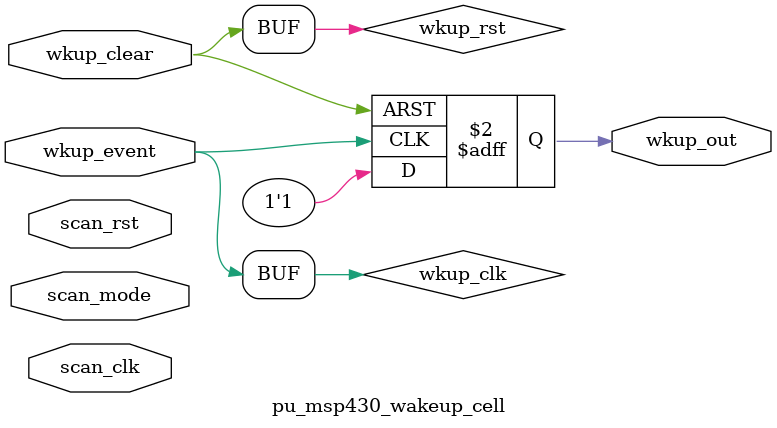
<source format=sv>

/* Copyright (c) 2015-2016 by the author(s)
 *
 * Redistribution and use in source and binary forms, with or without
 * modification, are permitted provided that the following conditions
 * are met:
 *     * Redistributions of source code must retain the above copyright
 *       notice, this list of conditions and the following disclaimer.
 *     * Redistributions in binary form must reproduce the above copyright
 *       notice, this list of conditions and the following disclaimer in the
 *       documentation and/or other materials provided with the distribution.
 *     * Neither the name of the authors nor the names of its contributors
 *       may be used to endorse or promote products derived from this software
 *       without specific prior written permission.
 *
 * THIS SOFTWARE IS PROVIDED BY THE COPYRIGHT HOLDERS AND CONTRIBUTORS "AS IS"
 * AND ANY EXPRESS OR IMPLIED WARRANTIES, INCLUDING, BUT NOT LIMITED TO, THE
 * IMPLIED WARRANTIES OF MERCHANTABILITY AND FITNESS FOR A PARTICULAR PURPOSE
 * ARE DISCLAIMED. IN NO EVENT SHALL THE COPYRIGHT HOLDER OR CONTRIBUTORS BE
 * LIABLE FOR ANY DIRECT, INDIRECT, INCIDENTAL, SPECIAL, EXEMPLARY,
 * OR CONSEQUENTIAL DAMAGES (INCLUDING, BUT NOT LIMITED TO, PROCUREMENT OF
 * SUBSTITUTE GOODS OR SERVICES; LOSS OF USE, DATA, OR PROFITS; OR BUSINESS
 * INTERRUPTION) HOWEVER CAUSED AND ON ANY THEORY OF LIABILITY, WHETHER IN
 * CONTRACT, STRICT LIABILITY, OR TORT (INCLUDING NEGLIGENCE OR OTHERWISE)
 * ARISING IN ANY WAY OUT OF THE USE OF THIS SOFTWARE, EVEN IF ADVISED OF
 * THE POSSIBILITY OF SUCH DAMAGE
 *
 * =============================================================================
 * Author(s):
 *   Olivier Girard <olgirard@gmail.com>
 *   Paco Reina Campo <pacoreinacampo@queenfield.tech>
 */

`ifdef OMSP_NO_INCLUDE
`else
`include "pu_msp430_defines.sv"
`endif

module pu_msp430_wakeup_cell (
  // OUTPUTs
  output reg     wkup_out,       // Wakup signal (asynchronous)

  // INPUTs
  input          scan_clk,       // Scan clock
  input          scan_mode,      // Scan mode
  input          scan_rst,       // Scan reset
  input          wkup_clear,     // Glitch free wakeup event clear
  input          wkup_event      // Glitch free asynchronous wakeup event
);

  //=============================================================================
  // 1)  AND GATE
  //=============================================================================

  // Scan stuff for the ASIC mode
  `ifdef ASIC
  wire wkup_rst;
  pu_msp430_scan_mux scan_mux_rst (
    .scan_mode    (scan_mode),
    .data_in_scan (scan_rst),
    .data_in_func (wkup_clear),
    .data_out     (wkup_rst)
  );

  wire wkup_clk;
  pu_msp430_scan_mux scan_mux_clk (
    .scan_mode    (scan_mode),
    .data_in_scan (scan_clk),
    .data_in_func (wkup_event),
    .data_out     (wkup_clk)
  );

  `else
  wire wkup_rst  =  wkup_clear;
  wire wkup_clk  =  wkup_event;
  `endif

  // Wakeup capture
  always @(posedge wkup_clk or posedge wkup_rst) begin
    if (wkup_rst) wkup_out <= 1'b0;
    else          wkup_out <= 1'b1;
  end
endmodule // pu_msp430_wakeup_cell

`ifdef OMSP_NO_INCLUDE
`else
`include "pu_msp430_undefines.sv"
`endif

</source>
